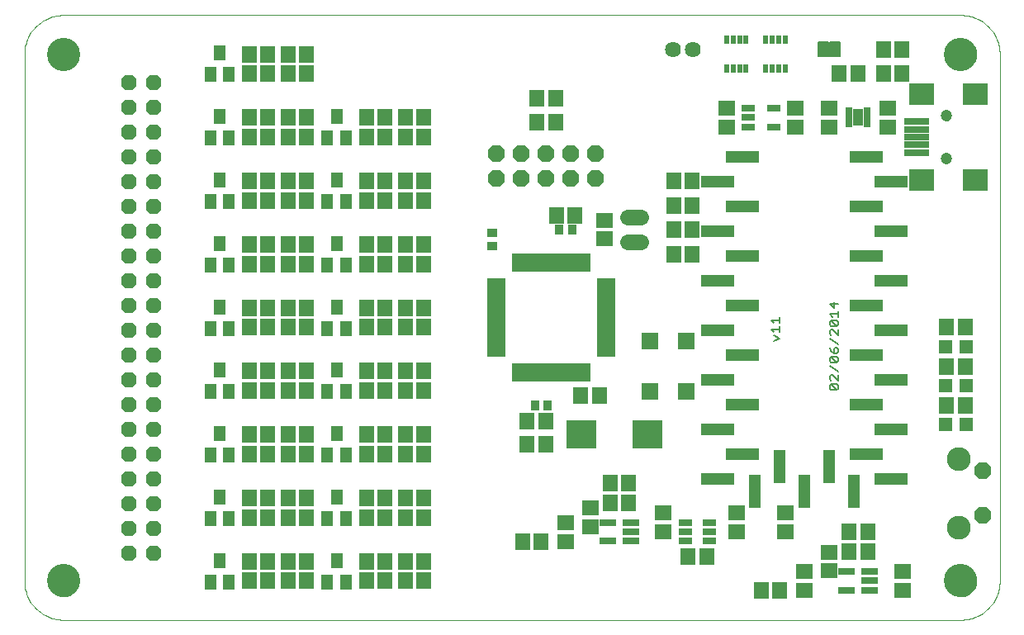
<source format=gts>
G75*
G70*
%OFA0B0*%
%FSLAX24Y24*%
%IPPOS*%
%LPD*%
%AMOC8*
5,1,8,0,0,1.08239X$1,22.5*
%
%ADD10C,0.0060*%
%ADD11R,0.1380X0.0480*%
%ADD12R,0.0480X0.1380*%
%ADD13R,0.0740X0.0190*%
%ADD14R,0.0190X0.0740*%
%ADD15R,0.0474X0.0631*%
%ADD16R,0.0592X0.0671*%
%ADD17OC8,0.0680*%
%ADD18R,0.0671X0.0710*%
%ADD19R,0.0580X0.0300*%
%ADD20R,0.0552X0.0297*%
%ADD21R,0.0671X0.0592*%
%ADD22R,0.0660X0.0300*%
%ADD23R,0.0280X0.0190*%
%ADD24R,0.0430X0.0710*%
%ADD25R,0.0460X0.0200*%
%ADD26R,0.0420X0.0200*%
%ADD27R,0.0240X0.0380*%
%ADD28C,0.0620*%
%ADD29OC8,0.0620*%
%ADD30R,0.0356X0.0434*%
%ADD31R,0.1241X0.1143*%
%ADD32R,0.0434X0.0356*%
%ADD33R,0.1025X0.0867*%
%ADD34R,0.0989X0.0277*%
%ADD35C,0.0000*%
%ADD36C,0.0474*%
%ADD37C,0.0640*%
%ADD38C,0.0965*%
%ADD39R,0.0552X0.0552*%
%ADD40C,0.1340*%
D10*
X036654Y014666D02*
X036881Y014780D01*
X036654Y014893D01*
X036654Y015034D02*
X036541Y015148D01*
X036881Y015148D01*
X036881Y015261D02*
X036881Y015034D01*
X036881Y015403D02*
X036881Y015630D01*
X036881Y015516D02*
X036541Y015516D01*
X036654Y015403D01*
X038903Y015446D02*
X038903Y015333D01*
X038960Y015276D01*
X039187Y015276D01*
X038960Y015503D01*
X039187Y015503D01*
X039243Y015446D01*
X039243Y015333D01*
X039187Y015276D01*
X039243Y015134D02*
X039243Y014907D01*
X039016Y015134D01*
X038960Y015134D01*
X038903Y015078D01*
X038903Y014964D01*
X038960Y014907D01*
X038903Y014766D02*
X039243Y014539D01*
X039187Y014398D02*
X039130Y014398D01*
X039073Y014341D01*
X039073Y014171D01*
X039187Y014171D01*
X039243Y014228D01*
X039243Y014341D01*
X039187Y014398D01*
X038960Y014284D02*
X039073Y014171D01*
X038960Y014284D02*
X038903Y014398D01*
X038960Y014029D02*
X039187Y013803D01*
X039243Y013859D01*
X039243Y013973D01*
X039187Y014029D01*
X038960Y014029D01*
X038903Y013973D01*
X038903Y013859D01*
X038960Y013803D01*
X039187Y013803D01*
X038903Y013661D02*
X039243Y013434D01*
X039243Y013293D02*
X039243Y013066D01*
X039016Y013293D01*
X038960Y013293D01*
X038903Y013236D01*
X038903Y013123D01*
X038960Y013066D01*
X038960Y012924D02*
X039187Y012698D01*
X039243Y012754D01*
X039243Y012868D01*
X039187Y012924D01*
X038960Y012924D01*
X038903Y012868D01*
X038903Y012754D01*
X038960Y012698D01*
X039187Y012698D01*
X038903Y015446D02*
X038960Y015503D01*
X039016Y015644D02*
X038903Y015758D01*
X039243Y015758D01*
X039243Y015871D02*
X039243Y015644D01*
X039073Y016012D02*
X039073Y016239D01*
X038903Y016183D02*
X039073Y016012D01*
X039243Y016183D02*
X038903Y016183D01*
X038920Y026167D02*
X039310Y026167D01*
X039310Y026337D01*
X038920Y026337D01*
X038920Y026167D01*
X038840Y026167D02*
X038840Y026337D01*
X038450Y026337D01*
X038450Y026167D01*
X038840Y026167D01*
X038840Y026357D02*
X038450Y026357D01*
X038450Y026537D01*
X038840Y026537D01*
X038840Y026357D01*
X038920Y026357D02*
X039310Y026357D01*
X039310Y026537D01*
X038920Y026537D01*
X038920Y026357D01*
X038920Y026557D02*
X039310Y026557D01*
X039310Y026727D01*
X038920Y026727D01*
X038920Y026557D01*
X038840Y026557D02*
X038840Y026727D01*
X038450Y026727D01*
X038450Y026557D01*
X038840Y026557D01*
D11*
X040395Y022120D03*
X041395Y021120D03*
X040395Y020120D03*
X041395Y019120D03*
X040395Y018120D03*
X041395Y017120D03*
X040395Y016120D03*
X041395Y015120D03*
X040395Y014120D03*
X041395Y013120D03*
X040395Y012120D03*
X041395Y011120D03*
X040395Y010120D03*
X041395Y009120D03*
X035395Y010120D03*
X034395Y009120D03*
X034395Y011120D03*
X035395Y012120D03*
X034395Y013120D03*
X035395Y014120D03*
X034395Y015120D03*
X035395Y016120D03*
X034395Y017120D03*
X035395Y018120D03*
X034395Y019120D03*
X035395Y020120D03*
X034395Y021120D03*
X035395Y022120D03*
D12*
X036895Y009620D03*
X035895Y008620D03*
X037895Y008620D03*
X038895Y009620D03*
X039895Y008620D03*
D13*
X029872Y014144D03*
X029872Y014341D03*
X029872Y014538D03*
X029872Y014735D03*
X029872Y014931D03*
X029872Y015128D03*
X029872Y015325D03*
X029872Y015522D03*
X029872Y015719D03*
X029872Y015916D03*
X029872Y016112D03*
X029872Y016309D03*
X029872Y016506D03*
X029872Y016703D03*
X029872Y016900D03*
X029872Y017097D03*
X025447Y017097D03*
X025447Y016900D03*
X025447Y016703D03*
X025447Y016506D03*
X025447Y016309D03*
X025447Y016112D03*
X025447Y015916D03*
X025447Y015719D03*
X025447Y015522D03*
X025447Y015325D03*
X025447Y015128D03*
X025447Y014931D03*
X025447Y014735D03*
X025447Y014538D03*
X025447Y014341D03*
X025447Y014144D03*
D14*
X026183Y013408D03*
X026380Y013408D03*
X026576Y013408D03*
X026773Y013408D03*
X026970Y013408D03*
X027167Y013408D03*
X027364Y013408D03*
X027561Y013408D03*
X027757Y013408D03*
X027954Y013408D03*
X028151Y013408D03*
X028348Y013408D03*
X028545Y013408D03*
X028742Y013408D03*
X028939Y013408D03*
X029135Y013408D03*
X029135Y017833D03*
X028939Y017833D03*
X028742Y017833D03*
X028545Y017833D03*
X028348Y017833D03*
X028151Y017833D03*
X027954Y017833D03*
X027757Y017833D03*
X027561Y017833D03*
X027364Y017833D03*
X027167Y017833D03*
X026970Y017833D03*
X026773Y017833D03*
X026576Y017833D03*
X026380Y017833D03*
X026183Y017833D03*
D15*
X019372Y017746D03*
X018624Y017746D03*
X018998Y018612D03*
X019372Y020305D03*
X018624Y020305D03*
X018998Y021172D03*
X019372Y022864D03*
X018624Y022864D03*
X018998Y023731D03*
X014647Y022864D03*
X013899Y022864D03*
X014273Y023731D03*
X013899Y025423D03*
X014647Y025423D03*
X014273Y026290D03*
X014273Y021172D03*
X013899Y020305D03*
X014647Y020305D03*
X014273Y018612D03*
X013899Y017746D03*
X014647Y017746D03*
X014273Y016053D03*
X013899Y015187D03*
X014647Y015187D03*
X014273Y013494D03*
X013899Y012628D03*
X014647Y012628D03*
X014273Y010935D03*
X013899Y010069D03*
X014647Y010069D03*
X014273Y008376D03*
X013899Y007510D03*
X014647Y007510D03*
X014273Y005817D03*
X013899Y004951D03*
X014647Y004951D03*
X018624Y004951D03*
X019372Y004951D03*
X018998Y005817D03*
X019372Y007510D03*
X018624Y007510D03*
X018998Y008376D03*
X019372Y010069D03*
X018624Y010069D03*
X018998Y010935D03*
X019372Y012628D03*
X018624Y012628D03*
X018998Y013494D03*
X019372Y015187D03*
X018624Y015187D03*
X018998Y016053D03*
D16*
X020198Y016014D03*
X020946Y016014D03*
X021773Y016014D03*
X022521Y016014D03*
X022521Y015227D03*
X021773Y015227D03*
X020946Y015227D03*
X020198Y015227D03*
X017797Y015227D03*
X017049Y015227D03*
X017049Y016014D03*
X017797Y016014D03*
X016222Y016014D03*
X015474Y016014D03*
X015474Y015227D03*
X016222Y015227D03*
X016222Y013455D03*
X015474Y013455D03*
X015474Y012668D03*
X016222Y012668D03*
X017049Y012668D03*
X017797Y012668D03*
X017797Y013455D03*
X017049Y013455D03*
X020198Y013455D03*
X020946Y013455D03*
X021773Y013455D03*
X022521Y013455D03*
X022521Y012668D03*
X021773Y012668D03*
X020946Y012668D03*
X020198Y012668D03*
X020198Y010896D03*
X020946Y010896D03*
X021773Y010896D03*
X022521Y010896D03*
X022521Y010109D03*
X021773Y010109D03*
X020946Y010109D03*
X020198Y010109D03*
X017797Y010109D03*
X017049Y010109D03*
X016222Y010109D03*
X015474Y010109D03*
X015474Y010896D03*
X016222Y010896D03*
X017049Y010896D03*
X017797Y010896D03*
X017797Y008337D03*
X017049Y008337D03*
X017049Y007549D03*
X017797Y007549D03*
X016222Y007549D03*
X015474Y007549D03*
X015474Y008337D03*
X016222Y008337D03*
X016222Y005778D03*
X015474Y005778D03*
X015474Y004990D03*
X016222Y004990D03*
X017049Y004990D03*
X017797Y004990D03*
X017797Y005778D03*
X017049Y005778D03*
X020198Y005778D03*
X020946Y005778D03*
X021773Y005778D03*
X022521Y005778D03*
X022521Y004990D03*
X021773Y004990D03*
X020946Y004990D03*
X020198Y004990D03*
X020198Y007549D03*
X020946Y007549D03*
X021773Y007549D03*
X022521Y007549D03*
X022521Y008337D03*
X021773Y008337D03*
X020946Y008337D03*
X020198Y008337D03*
X026498Y006565D03*
X027246Y006565D03*
X030041Y008140D03*
X030789Y008140D03*
X030789Y008927D03*
X030041Y008927D03*
X027443Y010502D03*
X026694Y010502D03*
X026694Y011447D03*
X027443Y011447D03*
X028860Y012471D03*
X029608Y012471D03*
X022521Y017786D03*
X021773Y017786D03*
X020946Y017786D03*
X020198Y017786D03*
X020198Y018573D03*
X020946Y018573D03*
X021773Y018573D03*
X022521Y018573D03*
X022521Y020345D03*
X021773Y020345D03*
X020946Y020345D03*
X020198Y020345D03*
X020198Y021132D03*
X020946Y021132D03*
X021773Y021132D03*
X022521Y021132D03*
X022521Y022904D03*
X021773Y022904D03*
X020946Y022904D03*
X020198Y022904D03*
X020198Y023691D03*
X020946Y023691D03*
X021773Y023691D03*
X022521Y023691D03*
X027088Y023494D03*
X027836Y023494D03*
X027836Y024479D03*
X027088Y024479D03*
X032600Y021132D03*
X033348Y021132D03*
X033348Y020148D03*
X032600Y020148D03*
X032600Y019164D03*
X033348Y019164D03*
X033348Y018179D03*
X032600Y018179D03*
X028624Y019754D03*
X027876Y019754D03*
X017797Y020345D03*
X017049Y020345D03*
X016222Y020345D03*
X015474Y020345D03*
X015474Y021132D03*
X016222Y021132D03*
X017049Y021132D03*
X017797Y021132D03*
X017797Y022904D03*
X017049Y022904D03*
X017049Y023691D03*
X017797Y023691D03*
X016222Y023691D03*
X015474Y023691D03*
X015474Y022904D03*
X016222Y022904D03*
X016222Y025463D03*
X015474Y025463D03*
X015474Y026250D03*
X016222Y026250D03*
X017049Y026250D03*
X017797Y026250D03*
X017797Y025463D03*
X017049Y025463D03*
X017049Y018573D03*
X017797Y018573D03*
X017797Y017786D03*
X017049Y017786D03*
X016222Y017786D03*
X015474Y017786D03*
X015474Y018573D03*
X016222Y018573D03*
X033191Y005975D03*
X033939Y005975D03*
X036143Y004597D03*
X036891Y004597D03*
X039687Y006172D03*
X040435Y006172D03*
X040435Y006959D03*
X039687Y006959D03*
X043624Y012077D03*
X044372Y012077D03*
X044372Y013652D03*
X043624Y013652D03*
X043624Y015227D03*
X044372Y015227D03*
X041813Y025463D03*
X041065Y025463D03*
X040041Y025463D03*
X039293Y025463D03*
X041065Y026447D03*
X041813Y026447D03*
D17*
X029462Y022223D03*
X028462Y022223D03*
X027462Y022223D03*
X026462Y022223D03*
X025462Y022223D03*
X025462Y021223D03*
X026462Y021223D03*
X027462Y021223D03*
X028462Y021223D03*
X029462Y021223D03*
X045078Y009424D03*
X045078Y007644D03*
D18*
X033131Y012648D03*
X031635Y012648D03*
X031635Y014656D03*
X033131Y014656D03*
D19*
X033085Y007329D03*
X033085Y006959D03*
X033085Y006589D03*
X034045Y006589D03*
X034045Y006959D03*
X034045Y007329D03*
D20*
X035612Y023317D03*
X035612Y023691D03*
X035612Y024065D03*
X036635Y024065D03*
X036635Y023317D03*
D21*
X037502Y023317D03*
X037502Y024065D03*
X038880Y024065D03*
X038880Y023317D03*
X041242Y023317D03*
X041242Y024065D03*
X034746Y024065D03*
X034746Y023317D03*
X029824Y019538D03*
X029824Y018790D03*
X029234Y007923D03*
X029234Y007175D03*
X028250Y007333D03*
X028250Y006585D03*
X032187Y006979D03*
X032187Y007727D03*
X035139Y007727D03*
X035139Y006979D03*
X037108Y006979D03*
X037108Y007727D03*
X038880Y006152D03*
X038880Y005404D03*
X037895Y005364D03*
X037895Y004616D03*
X041832Y004616D03*
X041832Y005364D03*
D22*
X040531Y005360D03*
X040531Y004990D03*
X040531Y004620D03*
X039591Y004620D03*
X039591Y005360D03*
X030885Y006589D03*
X030885Y006959D03*
X030885Y007329D03*
X029945Y007329D03*
X029945Y006589D03*
D23*
X039691Y023391D03*
X039691Y023591D03*
X039691Y023791D03*
X039691Y023991D03*
X040431Y023991D03*
X040431Y023791D03*
X040431Y023591D03*
X040431Y023391D03*
D24*
X040061Y023691D03*
D25*
X038662Y026644D03*
D26*
X038642Y026447D03*
X038642Y026250D03*
X039117Y026250D03*
X039117Y026447D03*
X039117Y026644D03*
D27*
X037098Y026845D03*
X036842Y026845D03*
X036586Y026845D03*
X036330Y026845D03*
X035523Y026845D03*
X035267Y026845D03*
X035011Y026845D03*
X034756Y026845D03*
X034756Y025655D03*
X035011Y025655D03*
X035267Y025655D03*
X035523Y025655D03*
X036330Y025655D03*
X036586Y025655D03*
X036842Y025655D03*
X037098Y025655D03*
D28*
X031276Y019664D02*
X030736Y019664D01*
X030736Y018664D02*
X031276Y018664D01*
D29*
X011624Y019120D03*
X010624Y019120D03*
X010624Y018120D03*
X011624Y018120D03*
X011624Y017120D03*
X010624Y017120D03*
X010624Y016120D03*
X011624Y016120D03*
X011624Y015120D03*
X010624Y015120D03*
X010624Y014120D03*
X011624Y014120D03*
X011624Y013120D03*
X010624Y013120D03*
X010624Y012120D03*
X011624Y012120D03*
X011624Y011120D03*
X010624Y011120D03*
X010624Y010120D03*
X011624Y010120D03*
X011624Y009120D03*
X010624Y009120D03*
X010624Y008120D03*
X011624Y008120D03*
X011624Y007120D03*
X010624Y007120D03*
X010624Y006120D03*
X011624Y006120D03*
X011624Y020120D03*
X010624Y020120D03*
X010624Y021120D03*
X011624Y021120D03*
X011624Y022120D03*
X010624Y022120D03*
X010624Y023120D03*
X011624Y023120D03*
X011624Y024120D03*
X010624Y024120D03*
X010624Y025120D03*
X011624Y025120D03*
D30*
X027994Y019164D03*
X028506Y019164D03*
X027521Y012077D03*
X027009Y012077D03*
D31*
X028889Y010896D03*
X031547Y010896D03*
D32*
X025297Y018514D03*
X025297Y019026D03*
D33*
X042620Y021172D03*
X044785Y021172D03*
X044785Y024636D03*
X042620Y024636D03*
D34*
X042398Y023534D03*
X042398Y023219D03*
X042398Y022904D03*
X042398Y022589D03*
X042398Y022274D03*
D35*
X044194Y003416D02*
X007974Y003416D01*
X007344Y004990D02*
X007346Y005040D01*
X007352Y005090D01*
X007362Y005139D01*
X007376Y005187D01*
X007393Y005234D01*
X007414Y005279D01*
X007439Y005323D01*
X007467Y005364D01*
X007499Y005403D01*
X007533Y005440D01*
X007570Y005474D01*
X007610Y005504D01*
X007652Y005531D01*
X007696Y005555D01*
X007742Y005576D01*
X007789Y005592D01*
X007837Y005605D01*
X007887Y005614D01*
X007936Y005619D01*
X007987Y005620D01*
X008037Y005617D01*
X008086Y005610D01*
X008135Y005599D01*
X008183Y005584D01*
X008229Y005566D01*
X008274Y005544D01*
X008317Y005518D01*
X008358Y005489D01*
X008397Y005457D01*
X008433Y005422D01*
X008465Y005384D01*
X008495Y005344D01*
X008522Y005301D01*
X008545Y005257D01*
X008564Y005211D01*
X008580Y005163D01*
X008592Y005114D01*
X008600Y005065D01*
X008604Y005015D01*
X008604Y004965D01*
X008600Y004915D01*
X008592Y004866D01*
X008580Y004817D01*
X008564Y004769D01*
X008545Y004723D01*
X008522Y004679D01*
X008495Y004636D01*
X008465Y004596D01*
X008433Y004558D01*
X008397Y004523D01*
X008358Y004491D01*
X008317Y004462D01*
X008274Y004436D01*
X008229Y004414D01*
X008183Y004396D01*
X008135Y004381D01*
X008086Y004370D01*
X008037Y004363D01*
X007987Y004360D01*
X007936Y004361D01*
X007887Y004366D01*
X007837Y004375D01*
X007789Y004388D01*
X007742Y004404D01*
X007696Y004425D01*
X007652Y004449D01*
X007610Y004476D01*
X007570Y004506D01*
X007533Y004540D01*
X007499Y004577D01*
X007467Y004616D01*
X007439Y004657D01*
X007414Y004701D01*
X007393Y004746D01*
X007376Y004793D01*
X007362Y004841D01*
X007352Y004890D01*
X007346Y004940D01*
X007344Y004990D01*
X006399Y004990D02*
X006401Y004913D01*
X006407Y004836D01*
X006416Y004759D01*
X006429Y004683D01*
X006446Y004607D01*
X006467Y004533D01*
X006491Y004459D01*
X006519Y004387D01*
X006550Y004317D01*
X006585Y004248D01*
X006623Y004180D01*
X006664Y004115D01*
X006709Y004052D01*
X006757Y003991D01*
X006807Y003932D01*
X006860Y003876D01*
X006916Y003823D01*
X006975Y003773D01*
X007036Y003725D01*
X007099Y003680D01*
X007164Y003639D01*
X007232Y003601D01*
X007301Y003566D01*
X007371Y003535D01*
X007443Y003507D01*
X007517Y003483D01*
X007591Y003462D01*
X007667Y003445D01*
X007743Y003432D01*
X007820Y003423D01*
X007897Y003417D01*
X007974Y003415D01*
X007897Y003417D01*
X007820Y003423D01*
X007743Y003432D01*
X007667Y003445D01*
X007591Y003462D01*
X007517Y003483D01*
X007443Y003507D01*
X007371Y003535D01*
X007301Y003566D01*
X007232Y003601D01*
X007164Y003639D01*
X007099Y003680D01*
X007036Y003725D01*
X006975Y003773D01*
X006916Y003823D01*
X006860Y003876D01*
X006807Y003932D01*
X006757Y003991D01*
X006709Y004052D01*
X006664Y004115D01*
X006623Y004180D01*
X006585Y004248D01*
X006550Y004317D01*
X006519Y004387D01*
X006491Y004459D01*
X006467Y004533D01*
X006446Y004607D01*
X006429Y004683D01*
X006416Y004759D01*
X006407Y004836D01*
X006401Y004913D01*
X006399Y004990D01*
X006399Y026250D01*
X007344Y026250D02*
X007346Y026300D01*
X007352Y026350D01*
X007362Y026399D01*
X007376Y026447D01*
X007393Y026494D01*
X007414Y026539D01*
X007439Y026583D01*
X007467Y026624D01*
X007499Y026663D01*
X007533Y026700D01*
X007570Y026734D01*
X007610Y026764D01*
X007652Y026791D01*
X007696Y026815D01*
X007742Y026836D01*
X007789Y026852D01*
X007837Y026865D01*
X007887Y026874D01*
X007936Y026879D01*
X007987Y026880D01*
X008037Y026877D01*
X008086Y026870D01*
X008135Y026859D01*
X008183Y026844D01*
X008229Y026826D01*
X008274Y026804D01*
X008317Y026778D01*
X008358Y026749D01*
X008397Y026717D01*
X008433Y026682D01*
X008465Y026644D01*
X008495Y026604D01*
X008522Y026561D01*
X008545Y026517D01*
X008564Y026471D01*
X008580Y026423D01*
X008592Y026374D01*
X008600Y026325D01*
X008604Y026275D01*
X008604Y026225D01*
X008600Y026175D01*
X008592Y026126D01*
X008580Y026077D01*
X008564Y026029D01*
X008545Y025983D01*
X008522Y025939D01*
X008495Y025896D01*
X008465Y025856D01*
X008433Y025818D01*
X008397Y025783D01*
X008358Y025751D01*
X008317Y025722D01*
X008274Y025696D01*
X008229Y025674D01*
X008183Y025656D01*
X008135Y025641D01*
X008086Y025630D01*
X008037Y025623D01*
X007987Y025620D01*
X007936Y025621D01*
X007887Y025626D01*
X007837Y025635D01*
X007789Y025648D01*
X007742Y025664D01*
X007696Y025685D01*
X007652Y025709D01*
X007610Y025736D01*
X007570Y025766D01*
X007533Y025800D01*
X007499Y025837D01*
X007467Y025876D01*
X007439Y025917D01*
X007414Y025961D01*
X007393Y026006D01*
X007376Y026053D01*
X007362Y026101D01*
X007352Y026150D01*
X007346Y026200D01*
X007344Y026250D01*
X006399Y026250D02*
X006401Y026327D01*
X006407Y026404D01*
X006416Y026481D01*
X006429Y026557D01*
X006446Y026633D01*
X006467Y026707D01*
X006491Y026781D01*
X006519Y026853D01*
X006550Y026923D01*
X006585Y026992D01*
X006623Y027060D01*
X006664Y027125D01*
X006709Y027188D01*
X006757Y027249D01*
X006807Y027308D01*
X006860Y027364D01*
X006916Y027417D01*
X006975Y027467D01*
X007036Y027515D01*
X007099Y027560D01*
X007164Y027601D01*
X007232Y027639D01*
X007301Y027674D01*
X007371Y027705D01*
X007443Y027733D01*
X007517Y027757D01*
X007591Y027778D01*
X007667Y027795D01*
X007743Y027808D01*
X007820Y027817D01*
X007897Y027823D01*
X007974Y027825D01*
X044194Y027825D01*
X043564Y026250D02*
X043566Y026300D01*
X043572Y026350D01*
X043582Y026399D01*
X043596Y026447D01*
X043613Y026494D01*
X043634Y026539D01*
X043659Y026583D01*
X043687Y026624D01*
X043719Y026663D01*
X043753Y026700D01*
X043790Y026734D01*
X043830Y026764D01*
X043872Y026791D01*
X043916Y026815D01*
X043962Y026836D01*
X044009Y026852D01*
X044057Y026865D01*
X044107Y026874D01*
X044156Y026879D01*
X044207Y026880D01*
X044257Y026877D01*
X044306Y026870D01*
X044355Y026859D01*
X044403Y026844D01*
X044449Y026826D01*
X044494Y026804D01*
X044537Y026778D01*
X044578Y026749D01*
X044617Y026717D01*
X044653Y026682D01*
X044685Y026644D01*
X044715Y026604D01*
X044742Y026561D01*
X044765Y026517D01*
X044784Y026471D01*
X044800Y026423D01*
X044812Y026374D01*
X044820Y026325D01*
X044824Y026275D01*
X044824Y026225D01*
X044820Y026175D01*
X044812Y026126D01*
X044800Y026077D01*
X044784Y026029D01*
X044765Y025983D01*
X044742Y025939D01*
X044715Y025896D01*
X044685Y025856D01*
X044653Y025818D01*
X044617Y025783D01*
X044578Y025751D01*
X044537Y025722D01*
X044494Y025696D01*
X044449Y025674D01*
X044403Y025656D01*
X044355Y025641D01*
X044306Y025630D01*
X044257Y025623D01*
X044207Y025620D01*
X044156Y025621D01*
X044107Y025626D01*
X044057Y025635D01*
X044009Y025648D01*
X043962Y025664D01*
X043916Y025685D01*
X043872Y025709D01*
X043830Y025736D01*
X043790Y025766D01*
X043753Y025800D01*
X043719Y025837D01*
X043687Y025876D01*
X043659Y025917D01*
X043634Y025961D01*
X043613Y026006D01*
X043596Y026053D01*
X043582Y026101D01*
X043572Y026150D01*
X043566Y026200D01*
X043564Y026250D01*
X044194Y027825D02*
X044271Y027823D01*
X044348Y027817D01*
X044425Y027808D01*
X044501Y027795D01*
X044577Y027778D01*
X044651Y027757D01*
X044725Y027733D01*
X044797Y027705D01*
X044867Y027674D01*
X044936Y027639D01*
X045004Y027601D01*
X045069Y027560D01*
X045132Y027515D01*
X045193Y027467D01*
X045252Y027417D01*
X045308Y027364D01*
X045361Y027308D01*
X045411Y027249D01*
X045459Y027188D01*
X045504Y027125D01*
X045545Y027060D01*
X045583Y026992D01*
X045618Y026923D01*
X045649Y026853D01*
X045677Y026781D01*
X045701Y026707D01*
X045722Y026633D01*
X045739Y026557D01*
X045752Y026481D01*
X045761Y026404D01*
X045767Y026327D01*
X045769Y026250D01*
X045769Y004990D01*
X043564Y004990D02*
X043566Y005040D01*
X043572Y005090D01*
X043582Y005139D01*
X043596Y005187D01*
X043613Y005234D01*
X043634Y005279D01*
X043659Y005323D01*
X043687Y005364D01*
X043719Y005403D01*
X043753Y005440D01*
X043790Y005474D01*
X043830Y005504D01*
X043872Y005531D01*
X043916Y005555D01*
X043962Y005576D01*
X044009Y005592D01*
X044057Y005605D01*
X044107Y005614D01*
X044156Y005619D01*
X044207Y005620D01*
X044257Y005617D01*
X044306Y005610D01*
X044355Y005599D01*
X044403Y005584D01*
X044449Y005566D01*
X044494Y005544D01*
X044537Y005518D01*
X044578Y005489D01*
X044617Y005457D01*
X044653Y005422D01*
X044685Y005384D01*
X044715Y005344D01*
X044742Y005301D01*
X044765Y005257D01*
X044784Y005211D01*
X044800Y005163D01*
X044812Y005114D01*
X044820Y005065D01*
X044824Y005015D01*
X044824Y004965D01*
X044820Y004915D01*
X044812Y004866D01*
X044800Y004817D01*
X044784Y004769D01*
X044765Y004723D01*
X044742Y004679D01*
X044715Y004636D01*
X044685Y004596D01*
X044653Y004558D01*
X044617Y004523D01*
X044578Y004491D01*
X044537Y004462D01*
X044494Y004436D01*
X044449Y004414D01*
X044403Y004396D01*
X044355Y004381D01*
X044306Y004370D01*
X044257Y004363D01*
X044207Y004360D01*
X044156Y004361D01*
X044107Y004366D01*
X044057Y004375D01*
X044009Y004388D01*
X043962Y004404D01*
X043916Y004425D01*
X043872Y004449D01*
X043830Y004476D01*
X043790Y004506D01*
X043753Y004540D01*
X043719Y004577D01*
X043687Y004616D01*
X043659Y004657D01*
X043634Y004701D01*
X043613Y004746D01*
X043596Y004793D01*
X043582Y004841D01*
X043572Y004890D01*
X043566Y004940D01*
X043564Y004990D01*
X044194Y003415D02*
X044271Y003417D01*
X044348Y003423D01*
X044425Y003432D01*
X044501Y003445D01*
X044577Y003462D01*
X044651Y003483D01*
X044725Y003507D01*
X044797Y003535D01*
X044867Y003566D01*
X044936Y003601D01*
X045004Y003639D01*
X045069Y003680D01*
X045132Y003725D01*
X045193Y003773D01*
X045252Y003823D01*
X045308Y003876D01*
X045361Y003932D01*
X045411Y003991D01*
X045459Y004052D01*
X045504Y004115D01*
X045545Y004180D01*
X045583Y004248D01*
X045618Y004317D01*
X045649Y004387D01*
X045677Y004459D01*
X045701Y004533D01*
X045722Y004607D01*
X045739Y004683D01*
X045752Y004759D01*
X045761Y004836D01*
X045767Y004913D01*
X045769Y004990D01*
X045767Y004913D01*
X045761Y004836D01*
X045752Y004759D01*
X045739Y004683D01*
X045722Y004607D01*
X045701Y004533D01*
X045677Y004459D01*
X045649Y004387D01*
X045618Y004317D01*
X045583Y004248D01*
X045545Y004180D01*
X045504Y004115D01*
X045459Y004052D01*
X045411Y003991D01*
X045361Y003932D01*
X045308Y003876D01*
X045252Y003823D01*
X045193Y003773D01*
X045132Y003725D01*
X045069Y003680D01*
X045004Y003639D01*
X044936Y003601D01*
X044867Y003566D01*
X044797Y003535D01*
X044725Y003507D01*
X044651Y003483D01*
X044577Y003462D01*
X044501Y003445D01*
X044425Y003432D01*
X044348Y003423D01*
X044271Y003417D01*
X044194Y003415D01*
X044271Y003417D01*
X044348Y003423D01*
X044425Y003432D01*
X044501Y003445D01*
X044577Y003462D01*
X044651Y003483D01*
X044725Y003507D01*
X044797Y003535D01*
X044867Y003566D01*
X044936Y003601D01*
X045004Y003639D01*
X045069Y003680D01*
X045132Y003725D01*
X045193Y003773D01*
X045252Y003823D01*
X045308Y003876D01*
X045361Y003932D01*
X045411Y003991D01*
X045459Y004052D01*
X045504Y004115D01*
X045545Y004180D01*
X045583Y004248D01*
X045618Y004317D01*
X045649Y004387D01*
X045677Y004459D01*
X045701Y004533D01*
X045722Y004607D01*
X045739Y004683D01*
X045752Y004759D01*
X045761Y004836D01*
X045767Y004913D01*
X045769Y004990D01*
X043407Y022038D02*
X043409Y022065D01*
X043415Y022092D01*
X043424Y022118D01*
X043437Y022142D01*
X043453Y022165D01*
X043472Y022184D01*
X043494Y022201D01*
X043518Y022215D01*
X043543Y022225D01*
X043570Y022232D01*
X043597Y022235D01*
X043625Y022234D01*
X043652Y022229D01*
X043678Y022221D01*
X043702Y022209D01*
X043725Y022193D01*
X043746Y022175D01*
X043763Y022154D01*
X043778Y022130D01*
X043789Y022105D01*
X043797Y022079D01*
X043801Y022052D01*
X043801Y022024D01*
X043797Y021997D01*
X043789Y021971D01*
X043778Y021946D01*
X043763Y021922D01*
X043746Y021901D01*
X043725Y021883D01*
X043703Y021867D01*
X043678Y021855D01*
X043652Y021847D01*
X043625Y021842D01*
X043597Y021841D01*
X043570Y021844D01*
X043543Y021851D01*
X043518Y021861D01*
X043494Y021875D01*
X043472Y021892D01*
X043453Y021911D01*
X043437Y021934D01*
X043424Y021958D01*
X043415Y021984D01*
X043409Y022011D01*
X043407Y022038D01*
X043407Y023770D02*
X043409Y023797D01*
X043415Y023824D01*
X043424Y023850D01*
X043437Y023874D01*
X043453Y023897D01*
X043472Y023916D01*
X043494Y023933D01*
X043518Y023947D01*
X043543Y023957D01*
X043570Y023964D01*
X043597Y023967D01*
X043625Y023966D01*
X043652Y023961D01*
X043678Y023953D01*
X043702Y023941D01*
X043725Y023925D01*
X043746Y023907D01*
X043763Y023886D01*
X043778Y023862D01*
X043789Y023837D01*
X043797Y023811D01*
X043801Y023784D01*
X043801Y023756D01*
X043797Y023729D01*
X043789Y023703D01*
X043778Y023678D01*
X043763Y023654D01*
X043746Y023633D01*
X043725Y023615D01*
X043703Y023599D01*
X043678Y023587D01*
X043652Y023579D01*
X043625Y023574D01*
X043597Y023573D01*
X043570Y023576D01*
X043543Y023583D01*
X043518Y023593D01*
X043494Y023607D01*
X043472Y023624D01*
X043453Y023643D01*
X043437Y023666D01*
X043424Y023690D01*
X043415Y023716D01*
X043409Y023743D01*
X043407Y023770D01*
X045769Y026250D02*
X045767Y026327D01*
X045761Y026404D01*
X045752Y026481D01*
X045739Y026557D01*
X045722Y026633D01*
X045701Y026707D01*
X045677Y026781D01*
X045649Y026853D01*
X045618Y026923D01*
X045583Y026992D01*
X045545Y027060D01*
X045504Y027125D01*
X045459Y027188D01*
X045411Y027249D01*
X045361Y027308D01*
X045308Y027364D01*
X045252Y027417D01*
X045193Y027467D01*
X045132Y027515D01*
X045069Y027560D01*
X045004Y027601D01*
X044936Y027639D01*
X044867Y027674D01*
X044797Y027705D01*
X044725Y027733D01*
X044651Y027757D01*
X044577Y027778D01*
X044501Y027795D01*
X044425Y027808D01*
X044348Y027817D01*
X044271Y027823D01*
X044194Y027825D01*
X044271Y027823D01*
X044348Y027817D01*
X044425Y027808D01*
X044501Y027795D01*
X044577Y027778D01*
X044651Y027757D01*
X044725Y027733D01*
X044797Y027705D01*
X044867Y027674D01*
X044936Y027639D01*
X045004Y027601D01*
X045069Y027560D01*
X045132Y027515D01*
X045193Y027467D01*
X045252Y027417D01*
X045308Y027364D01*
X045361Y027308D01*
X045411Y027249D01*
X045459Y027188D01*
X045504Y027125D01*
X045545Y027060D01*
X045583Y026992D01*
X045618Y026923D01*
X045649Y026853D01*
X045677Y026781D01*
X045701Y026707D01*
X045722Y026633D01*
X045739Y026557D01*
X045752Y026481D01*
X045761Y026404D01*
X045767Y026327D01*
X045769Y026250D01*
X007974Y027825D02*
X007897Y027823D01*
X007820Y027817D01*
X007743Y027808D01*
X007667Y027795D01*
X007591Y027778D01*
X007517Y027757D01*
X007443Y027733D01*
X007371Y027705D01*
X007301Y027674D01*
X007232Y027639D01*
X007164Y027601D01*
X007099Y027560D01*
X007036Y027515D01*
X006975Y027467D01*
X006916Y027417D01*
X006860Y027364D01*
X006807Y027308D01*
X006757Y027249D01*
X006709Y027188D01*
X006664Y027125D01*
X006623Y027060D01*
X006585Y026992D01*
X006550Y026923D01*
X006519Y026853D01*
X006491Y026781D01*
X006467Y026707D01*
X006446Y026633D01*
X006429Y026557D01*
X006416Y026481D01*
X006407Y026404D01*
X006401Y026327D01*
X006399Y026250D01*
X006401Y026327D01*
X006407Y026404D01*
X006416Y026481D01*
X006429Y026557D01*
X006446Y026633D01*
X006467Y026707D01*
X006491Y026781D01*
X006519Y026853D01*
X006550Y026923D01*
X006585Y026992D01*
X006623Y027060D01*
X006664Y027125D01*
X006709Y027188D01*
X006757Y027249D01*
X006807Y027308D01*
X006860Y027364D01*
X006916Y027417D01*
X006975Y027467D01*
X007036Y027515D01*
X007099Y027560D01*
X007164Y027601D01*
X007232Y027639D01*
X007301Y027674D01*
X007371Y027705D01*
X007443Y027733D01*
X007517Y027757D01*
X007591Y027778D01*
X007667Y027795D01*
X007743Y027808D01*
X007820Y027817D01*
X007897Y027823D01*
X007974Y027825D01*
X006399Y004990D02*
X006401Y004913D01*
X006407Y004836D01*
X006416Y004759D01*
X006429Y004683D01*
X006446Y004607D01*
X006467Y004533D01*
X006491Y004459D01*
X006519Y004387D01*
X006550Y004317D01*
X006585Y004248D01*
X006623Y004180D01*
X006664Y004115D01*
X006709Y004052D01*
X006757Y003991D01*
X006807Y003932D01*
X006860Y003876D01*
X006916Y003823D01*
X006975Y003773D01*
X007036Y003725D01*
X007099Y003680D01*
X007164Y003639D01*
X007232Y003601D01*
X007301Y003566D01*
X007371Y003535D01*
X007443Y003507D01*
X007517Y003483D01*
X007591Y003462D01*
X007667Y003445D01*
X007743Y003432D01*
X007820Y003423D01*
X007897Y003417D01*
X007974Y003415D01*
D36*
X043604Y022038D03*
X043604Y023770D03*
D37*
X033368Y026447D03*
X032580Y026447D03*
D38*
X044098Y009914D03*
X044098Y007154D03*
D39*
X044411Y011290D03*
X043584Y011290D03*
X043584Y012864D03*
X044411Y012864D03*
X044411Y014439D03*
X043584Y014439D03*
D40*
X044194Y004990D03*
X044194Y026250D03*
X007974Y026250D03*
X007974Y004990D03*
M02*

</source>
